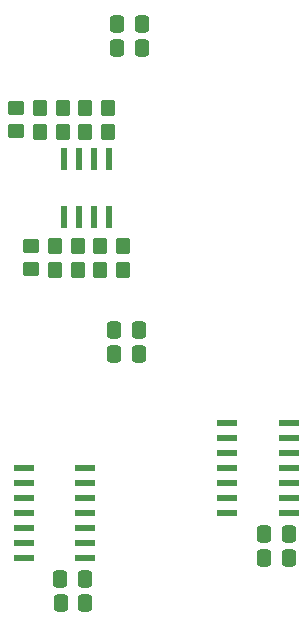
<source format=gbr>
%TF.GenerationSoftware,KiCad,Pcbnew,7.0.5*%
%TF.CreationDate,2023-10-05T13:58:56+07:00*%
%TF.ProjectId,Main_board,4d61696e-5f62-46f6-9172-642e6b696361,rev?*%
%TF.SameCoordinates,Original*%
%TF.FileFunction,Paste,Bot*%
%TF.FilePolarity,Positive*%
%FSLAX46Y46*%
G04 Gerber Fmt 4.6, Leading zero omitted, Abs format (unit mm)*
G04 Created by KiCad (PCBNEW 7.0.5) date 2023-10-05 13:58:56*
%MOMM*%
%LPD*%
G01*
G04 APERTURE LIST*
G04 Aperture macros list*
%AMRoundRect*
0 Rectangle with rounded corners*
0 $1 Rounding radius*
0 $2 $3 $4 $5 $6 $7 $8 $9 X,Y pos of 4 corners*
0 Add a 4 corners polygon primitive as box body*
4,1,4,$2,$3,$4,$5,$6,$7,$8,$9,$2,$3,0*
0 Add four circle primitives for the rounded corners*
1,1,$1+$1,$2,$3*
1,1,$1+$1,$4,$5*
1,1,$1+$1,$6,$7*
1,1,$1+$1,$8,$9*
0 Add four rect primitives between the rounded corners*
20,1,$1+$1,$2,$3,$4,$5,0*
20,1,$1+$1,$4,$5,$6,$7,0*
20,1,$1+$1,$6,$7,$8,$9,0*
20,1,$1+$1,$8,$9,$2,$3,0*%
G04 Aperture macros list end*
%ADD10RoundRect,0.250000X-0.337500X-0.475000X0.337500X-0.475000X0.337500X0.475000X-0.337500X0.475000X0*%
%ADD11RoundRect,0.250000X-0.450000X0.350000X-0.450000X-0.350000X0.450000X-0.350000X0.450000X0.350000X0*%
%ADD12RoundRect,0.250000X0.350000X0.450000X-0.350000X0.450000X-0.350000X-0.450000X0.350000X-0.450000X0*%
%ADD13R,1.701800X0.533400*%
%ADD14RoundRect,0.250000X-0.350000X-0.450000X0.350000X-0.450000X0.350000X0.450000X-0.350000X0.450000X0*%
%ADD15RoundRect,0.250000X0.337500X0.475000X-0.337500X0.475000X-0.337500X-0.475000X0.337500X-0.475000X0*%
%ADD16R,0.570000X1.970000*%
%ADD17RoundRect,0.250000X0.450000X-0.350000X0.450000X0.350000X-0.450000X0.350000X-0.450000X-0.350000X0*%
G04 APERTURE END LIST*
D10*
%TO.C,C11*%
X157226000Y-85852000D03*
X159301000Y-85852000D03*
%TD*%
D11*
%TO.C,R9*%
X153416000Y-43958000D03*
X153416000Y-45958000D03*
%TD*%
D12*
%TO.C,R15*%
X161274000Y-43942000D03*
X159274000Y-43942000D03*
%TD*%
D13*
%TO.C,U6*%
X171348400Y-78232000D03*
X171348400Y-76962000D03*
X171348400Y-75692000D03*
X171348400Y-74422000D03*
X171348400Y-73152000D03*
X171348400Y-71882000D03*
X171348400Y-70612000D03*
X176530000Y-70612000D03*
X176530000Y-71882000D03*
X176530000Y-73152000D03*
X176530000Y-74422000D03*
X176530000Y-75692000D03*
X176530000Y-76962000D03*
X176530000Y-78232000D03*
%TD*%
D14*
%TO.C,R11*%
X155464000Y-43942000D03*
X157464000Y-43942000D03*
%TD*%
D12*
%TO.C,R16*%
X162544000Y-55626000D03*
X160544000Y-55626000D03*
%TD*%
D15*
%TO.C,C23*%
X163851500Y-64770000D03*
X161776500Y-64770000D03*
%TD*%
D10*
%TO.C,C2*%
X174476500Y-82042000D03*
X176551500Y-82042000D03*
%TD*%
%TO.C,C24*%
X161776500Y-62738000D03*
X163851500Y-62738000D03*
%TD*%
D13*
%TO.C,U2*%
X154127200Y-82042000D03*
X154127200Y-80772000D03*
X154127200Y-79502000D03*
X154127200Y-78232000D03*
X154127200Y-76962000D03*
X154127200Y-75692000D03*
X154127200Y-74422000D03*
X159308800Y-74422000D03*
X159308800Y-75692000D03*
X159308800Y-76962000D03*
X159308800Y-78232000D03*
X159308800Y-79502000D03*
X159308800Y-80772000D03*
X159308800Y-82042000D03*
%TD*%
D10*
%TO.C,C26*%
X162030500Y-38862000D03*
X164105500Y-38862000D03*
%TD*%
%TO.C,C3*%
X174476500Y-80010000D03*
X176551500Y-80010000D03*
%TD*%
D16*
%TO.C,U9*%
X161290000Y-53210000D03*
X160020000Y-53210000D03*
X158750000Y-53210000D03*
X157480000Y-53210000D03*
X157480000Y-48260000D03*
X158750000Y-48260000D03*
X160020000Y-48260000D03*
X161290000Y-48260000D03*
%TD*%
D12*
%TO.C,R17*%
X161274000Y-45974000D03*
X159274000Y-45974000D03*
%TD*%
D14*
%TO.C,R10*%
X156734000Y-57658000D03*
X158734000Y-57658000D03*
%TD*%
D12*
%TO.C,R14*%
X162544000Y-57658000D03*
X160544000Y-57658000D03*
%TD*%
D15*
%TO.C,C25*%
X164105500Y-36830000D03*
X162030500Y-36830000D03*
%TD*%
D17*
%TO.C,R8*%
X154686000Y-57642000D03*
X154686000Y-55642000D03*
%TD*%
D12*
%TO.C,R12*%
X158734000Y-55626000D03*
X156734000Y-55626000D03*
%TD*%
%TO.C,R13*%
X157464000Y-45974000D03*
X155464000Y-45974000D03*
%TD*%
D10*
%TO.C,C12*%
X157204500Y-83820000D03*
X159279500Y-83820000D03*
%TD*%
M02*

</source>
